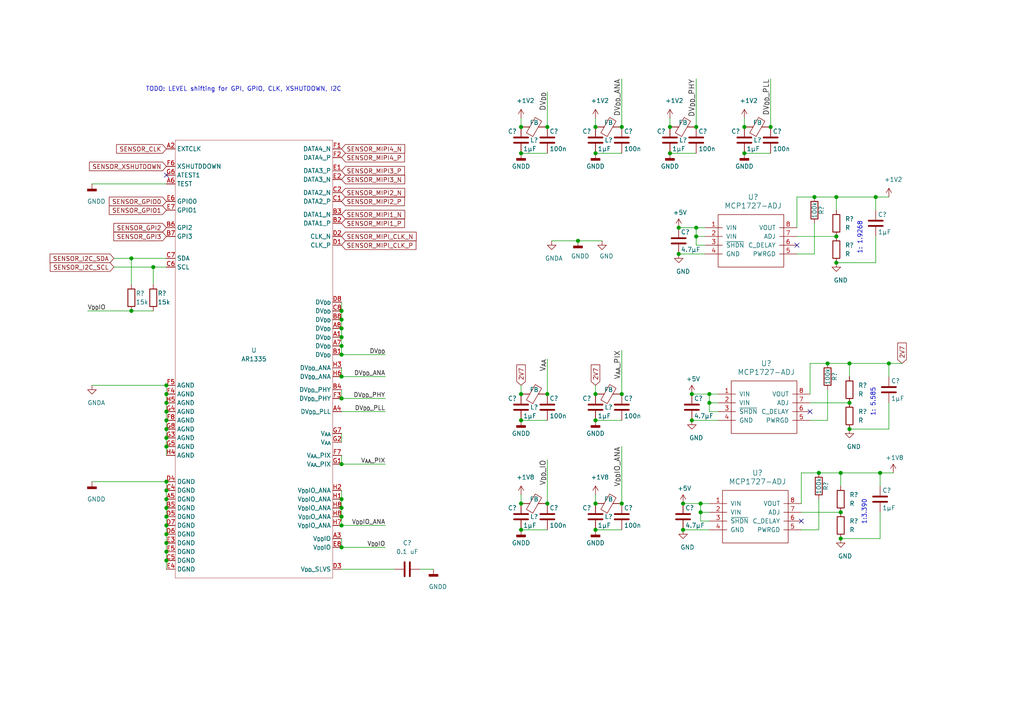
<source format=kicad_sch>
(kicad_sch (version 20201015) (generator eeschema)
  (paper "A4")
  (lib_symbols
    (symbol "Device:C" (pin_numbers hide) (pin_names (offset 0.254))
      (property "Reference" "C" (at 0.635 2.54 0))
      (property "Value" "C" (at 0.635 -2.54 0))
      (symbol "C_0_1"
        (polyline (pts (xy -2.032 -0.762) (xy 2.032 -0.762)) (stroke (width 0.508)))
        (polyline (pts (xy -2.032 0.762) (xy 2.032 0.762)) (stroke (width 0.508)))
      )
      (symbol "C_1_1"
        (pin passive line (at 0 3.81 270) (length 2.794) (name "~") (number "1"))
        (pin passive line (at 0 -3.81 90) (length 2.794) (name "~") (number "2"))
      )
    )
    (symbol "Device:FerriteBead" (pin_numbers hide) (pin_names (offset 0))
      (property "Reference" "FB" (at -3.81 0.635 90))
      (property "Value" "FerriteBead" (at 3.81 0 90))
      (symbol "FerriteBead_0_1"
        (polyline (pts (xy 0 -1.27) (xy 0 -1.2192)))
        (polyline (pts (xy 0 1.27) (xy 0 1.2954)))
        (polyline (pts (xy -2.7686 0.4064) (xy -1.7018 2.2606) (xy 2.7686 -0.3048) (xy 1.6764 -2.159) (xy -2.7686 0.4064)))
      )
      (symbol "FerriteBead_1_1"
        (pin passive line (at 0 3.81 270) (length 2.54) (name "~") (number "1"))
        (pin passive line (at 0 -3.81 90) (length 2.54) (name "~") (number "2"))
      )
    )
    (symbol "Device:R" (pin_numbers hide) (pin_names (offset 0))
      (property "Reference" "R" (at 2.032 0 90))
      (property "Value" "R" (at 0 0 90))
      (symbol "R_0_1"
        (rectangle (start -1.016 -2.54) (end 1.016 2.54) (stroke (width 0.254)))
      )
      (symbol "R_1_1"
        (pin passive line (at 0 3.81 270) (length 1.27) (name "~") (number "1"))
        (pin passive line (at 0 -3.81 90) (length 1.27) (name "~") (number "2"))
      )
    )
    (symbol "parts:AR1335"
      (property "Reference" "U" (at 0 -1.27 0))
      (property "Value" "AR1335" (at 0 1.27 0))
      (symbol "AR1335_0_0"
        (pin output line (at 25.4 50.8 180) (length 2.54) (name "DATA2_N") (number "C2"))
        (pin output line (at 25.4 38.1 180) (length 2.54) (name "CLK_N") (number "D2"))
        (pin output line (at 25.4 63.5 180) (length 2.54) (name "DATA4_N") (number "F1"))
        (pin power_in line (at 25.4 -21.59 180) (length 2.54) (name "V_{AA}") (number "G2"))
        (pin power_in line (at 25.4 -43.18 180) (length 2.54) (name "V_{DDI}O_ANA") (number "H8"))
        (pin output line (at 25.4 44.45 180) (length 2.54) (name "DATA1_N") (number "B3"))
        (pin power_in line (at 25.4 -58.42 180) (length 2.54) (name "V_{DD}_SLVS") (number "D3"))
        (pin power_in line (at -25.4 -33.02 0) (length 2.54) (name "DGND") (number "D4"))
        (pin power_in line (at 25.4 -6.35 180) (length 2.54) (name "DV_{DD}_PHY") (number "B4"))
        (pin power_in line (at -25.4 -12.7 0) (length 2.54) (name "AGND") (number "G4"))
        (pin power_in line (at 25.4 6.35 180) (length 2.54) (name "DV_{DD}") (number "A7"))
        (pin power_in line (at 25.4 -12.7 180) (length 2.54) (name "DV_{DD}_PLL") (number "A4"))
        (pin power_in line (at -25.4 -35.56 0) (length 2.54) (name "DGND") (number "C4"))
        (pin power_in line (at -25.4 -38.1 0) (length 2.54) (name "DGND") (number "A5"))
        (pin power_in line (at -25.4 -40.64 0) (length 2.54) (name "DGND") (number "B5"))
        (pin power_in line (at -25.4 -15.24 0) (length 2.54) (name "AGND") (number "F8"))
        (pin power_in line (at -25.4 -17.78 0) (length 2.54) (name "AGND") (number "G8"))
        (pin power_in line (at -25.4 -20.32 0) (length 2.54) (name "AGND") (number "G3"))
        (pin power_in line (at -25.4 -43.18 0) (length 2.54) (name "DGND") (number "D5"))
        (pin power_in line (at -25.4 -45.72 0) (length 2.54) (name "DGND") (number "D7"))
        (pin power_in line (at -25.4 -48.26 0) (length 2.54) (name "DGND") (number "D6"))
        (pin power_in line (at -25.4 -50.8 0) (length 2.54) (name "DGND") (number "E3"))
        (pin power_in line (at -25.4 -53.34 0) (length 2.54) (name "DGND") (number "E5"))
        (pin power_in line (at -25.4 -5.08 0) (length 2.54) (name "AGND") (number "F5"))
        (pin power_in line (at -25.4 -7.62 0) (length 2.54) (name "AGND") (number "F4"))
        (pin power_in line (at -25.4 -10.16 0) (length 2.54) (name "AGND") (number "H5"))
        (pin input line (at -25.4 53.34 0) (length 2.54) (name "TEST") (number "A6"))
        (pin input line (at -25.4 40.64 0) (length 2.54) (name "GPI2") (number "B6"))
        (pin input line (at -25.4 29.21 0) (length 2.54) (name "SCL") (number "C6"))
        (pin power_in line (at -25.4 -55.88 0) (length 2.54) (name "DGND") (number "C5"))
        (pin bidirectional line (at -25.4 48.26 0) (length 2.54) (name "GPIO0") (number "E6"))
        (pin input line (at -25.4 58.42 0) (length 2.54) (name "XSHUTDDOWN") (number "F6"))
        (pin input line (at -25.4 55.88 0) (length 2.54) (name "ATEST1") (number "G6"))
        (pin power_in line (at 25.4 3.81 180) (length 2.54) (name "DV_{DD}") (number "B1"))
        (pin input line (at -25.4 38.1 0) (length 2.54) (name "GPI3") (number "B7"))
        (pin input line (at -25.4 31.75 0) (length 2.54) (name "SDA") (number "C7"))
        (pin power_in line (at -25.4 -58.42 0) (length 2.54) (name "DGND") (number "E4"))
        (pin bidirectional line (at -25.4 45.72 0) (length 2.54) (name "GPIO1") (number "E7"))
        (pin power_in line (at 25.4 -19.05 180) (length 2.54) (name "V_{AA}") (number "G7"))
        (pin power_in line (at 25.4 -2.54 180) (length 2.54) (name "DV_{DD}_ANA") (number "H6"))
        (pin power_in line (at 25.4 11.43 180) (length 2.54) (name "DV_{DD}") (number "A8"))
        (pin power_in line (at 25.4 13.97 180) (length 2.54) (name "DV_{DD}") (number "B8"))
        (pin power_in line (at 25.4 16.51 180) (length 2.54) (name "DV_{DD}") (number "C8"))
        (pin power_in line (at 25.4 -52.07 180) (length 2.54) (name "V_{DD}IO") (number "E8"))
        (pin power_in line (at -25.4 -22.86 0) (length 2.54) (name "AGND") (number "G5"))
        (pin power_in line (at -25.4 -25.4 0) (length 2.54) (name "AGND") (number "H4"))
        (pin power_in line (at 25.4 -40.64 180) (length 2.54) (name "V_{DD}IO_ANA") (number "H8"))
        (pin power_in line (at 25.4 -49.53 180) (length 2.54) (name "V_{DD}IO") (number "A3"))
        (pin power_in line (at 25.4 19.05 180) (length 2.54) (name "DV_{DD}") (number "D8"))
        (pin output line (at 25.4 57.15 180) (length 2.54) (name "DATA3_P") (number "E1"))
        (pin power_in line (at 25.4 -8.89 180) (length 2.54) (name "DV_{DD}_PHY") (number "F3"))
        (pin power_in line (at 25.4 -27.94 180) (length 2.54) (name "V_{AA}_PIX") (number "G1"))
        (pin power_in line (at 25.4 -38.1 180) (length 2.54) (name "V_{DD}IO_ANA") (number "H1"))
        (pin power_in line (at 25.4 -35.56 180) (length 2.54) (name "V_{DD}IO_ANA") (number "H2"))
        (pin power_in line (at 25.4 0 180) (length 2.54) (name "DV_{DD}_ANA") (number "H3"))
      )
      (symbol "AR1335_0_1"
        (rectangle (start -22.86 66.04) (end 22.86 -60.96) (stroke (width 0.0006)))
      )
      (symbol "AR1335_1_1"
        (pin power_in line (at 25.4 8.89 180) (length 2.54) (name "DV_{DD}") (number "A1"))
        (pin output line (at 25.4 48.26 180) (length 2.54) (name "DATA2_P") (number "C1"))
        (pin output line (at 25.4 35.56 180) (length 2.54) (name "CLK_P") (number "D1"))
        (pin output line (at 25.4 54.61 180) (length 2.54) (name "DATA3_N") (number "E2"))
        (pin output line (at 25.4 60.96 180) (length 2.54) (name "DATA4_P") (number "F2"))
        (pin power_in line (at 25.4 -25.4 180) (length 2.54) (name "V_{AA}_PIX") (number "F7"))
        (pin power_in line (at 25.4 -45.72 180) (length 2.54) (name "V_{DD}IO_ANA") (number "H7"))
        (pin input line (at -25.4 63.5 0) (length 2.54) (name "EXTCLK") (number "A2"))
        (pin output line (at 25.4 41.91 180) (length 2.54) (name "DATA1_P") (number "B2"))
      )
    )
    (symbol "parts:MCP1727-ADJ" (pin_names (offset 1.016))
      (property "Reference" "U" (at 0 -8.89 0))
      (property "Value" "MCP1727-ADJ" (at 0 8.89 0))
      (symbol "MCP1727-ADJ_0_1"
        (rectangle (start -8.89 7.62) (end 10.16 -7.62))
      )
      (symbol "MCP1727-ADJ_1_1"
        (pin power_in line (at -12.7 3.81 0) (length 5.08) (name "VIN") (number "1"))
        (pin power_in line (at -12.7 1.27 0) (length 5.08) (name "VIN") (number "2"))
        (pin input line (at -12.7 -1.27 0) (length 5.08) (name "~SHDN") (number "3"))
        (pin power_in line (at -12.7 -3.81 0) (length 5.08) (name "GND") (number "4"))
        (pin output line (at 13.97 -3.81 180) (length 5.08) (name "PWRGD") (number "5"))
        (pin input line (at 13.97 -1.27 180) (length 5.08) (name "C_DELAY") (number "6"))
        (pin input line (at 13.97 1.27 180) (length 5.08) (name "ADJ") (number "7"))
        (pin power_out line (at 13.97 3.81 180) (length 5.08) (name "VOUT") (number "8"))
      )
    )
    (symbol "power:+1V2" (power) (pin_names (offset 0))
      (property "Value" "+1V2" (at 0 3.556 0))
      (symbol "+1V2_0_1"
        (polyline (pts (xy -0.762 1.27) (xy 0 2.54)))
        (polyline (pts (xy 0 0) (xy 0 2.54)))
        (polyline (pts (xy 0 2.54) (xy 0.762 1.27)))
      )
      (symbol "+1V2_1_1"
        (pin power_in line (at 0 0 90) (length 0) hide (name "+1V2") (number "1"))
      )
    )
    (symbol "power:+1V8" (power) (pin_names (offset 0))
      (property "Value" "+1V8" (at 0 3.556 0))
      (symbol "+1V8_0_1"
        (polyline (pts (xy -0.762 1.27) (xy 0 2.54)))
        (polyline (pts (xy 0 0) (xy 0 2.54)))
        (polyline (pts (xy 0 2.54) (xy 0.762 1.27)))
      )
      (symbol "+1V8_1_1"
        (pin power_in line (at 0 0 90) (length 0) hide (name "+1V8") (number "1"))
      )
    )
    (symbol "power:+5V" (power) (pin_names (offset 0))
      (property "Value" "+5V" (at 0 3.556 0))
      (symbol "+5V_0_1"
        (polyline (pts (xy -0.762 1.27) (xy 0 2.54)))
        (polyline (pts (xy 0 0) (xy 0 2.54)))
        (polyline (pts (xy 0 2.54) (xy 0.762 1.27)))
      )
      (symbol "+5V_1_1"
        (pin power_in line (at 0 0 90) (length 0) hide (name "+5V") (number "1"))
      )
    )
    (symbol "power:GND" (power) (pin_names (offset 0))
      (property "Value" "GND" (at 0 -3.81 0))
      (symbol "GND_0_1"
        (polyline (pts (xy 0 0) (xy 0 -1.27) (xy 1.27 -1.27) (xy 0 -2.54) (xy -1.27 -1.27) (xy 0 -1.27)))
      )
      (symbol "GND_1_1"
        (pin power_in line (at 0 0 270) (length 0) hide (name "GND") (number "1"))
      )
    )
    (symbol "power:GNDA" (power) (pin_names (offset 0))
      (property "Value" "GNDA" (at 0 -3.81 0))
      (symbol "GNDA_0_1"
        (polyline (pts (xy 0 0) (xy 0 -1.27) (xy 1.27 -1.27) (xy 0 -2.54) (xy -1.27 -1.27) (xy 0 -1.27)))
      )
      (symbol "GNDA_1_1"
        (pin power_in line (at 0 0 270) (length 0) hide (name "GNDA") (number "1"))
      )
    )
    (symbol "power:GNDD" (power) (pin_names (offset 0))
      (property "Value" "GNDD" (at 0 -3.175 0))
      (symbol "GNDD_0_1"
        (rectangle (start -1.27 -1.524) (end 1.27 -2.032) (stroke (width 0.254)) (fill (type outline)))
        (polyline (pts (xy 0 0) (xy 0 -1.524)))
      )
      (symbol "GNDD_1_1"
        (pin power_in line (at 0 0 270) (length 0) hide (name "GNDD") (number "1"))
      )
    )
  )
  (junction (at 38.1 74.93) (diameter 1.016))
  (junction (at 38.1 90.17) (diameter 1.016))
  (junction (at 44.45 77.47) (diameter 1.016))
  (junction (at 48.26 111.76) (diameter 1.016))
  (junction (at 48.26 114.3) (diameter 1.016))
  (junction (at 48.26 116.84) (diameter 1.016))
  (junction (at 48.26 119.38) (diameter 1.016))
  (junction (at 48.26 121.92) (diameter 1.016))
  (junction (at 48.26 124.46) (diameter 1.016))
  (junction (at 48.26 127) (diameter 1.016))
  (junction (at 48.26 129.54) (diameter 1.016))
  (junction (at 48.26 139.7) (diameter 1.016))
  (junction (at 48.26 142.24) (diameter 1.016))
  (junction (at 48.26 144.78) (diameter 1.016))
  (junction (at 48.26 147.32) (diameter 1.016))
  (junction (at 48.26 149.86) (diameter 1.016))
  (junction (at 48.26 152.4) (diameter 1.016))
  (junction (at 48.26 154.94) (diameter 1.016))
  (junction (at 48.26 157.48) (diameter 1.016))
  (junction (at 48.26 160.02) (diameter 1.016))
  (junction (at 48.26 162.56) (diameter 1.016))
  (junction (at 99.06 90.17) (diameter 1.016))
  (junction (at 99.06 92.71) (diameter 1.016))
  (junction (at 99.06 95.25) (diameter 1.016))
  (junction (at 99.06 97.79) (diameter 1.016))
  (junction (at 99.06 100.33) (diameter 1.016))
  (junction (at 99.06 102.87) (diameter 1.016))
  (junction (at 99.06 109.22) (diameter 1.016))
  (junction (at 99.06 115.57) (diameter 1.016))
  (junction (at 99.06 134.62) (diameter 1.016))
  (junction (at 99.06 144.78) (diameter 1.016))
  (junction (at 99.06 147.32) (diameter 1.016))
  (junction (at 99.06 149.86) (diameter 1.016))
  (junction (at 99.06 152.4) (diameter 1.016))
  (junction (at 99.06 158.75) (diameter 1.016))
  (junction (at 151.13 36.83) (diameter 1.016))
  (junction (at 151.13 44.45) (diameter 1.016))
  (junction (at 151.13 114.3) (diameter 1.016))
  (junction (at 151.13 121.92) (diameter 1.016))
  (junction (at 151.13 146.05) (diameter 1.016))
  (junction (at 151.13 153.67) (diameter 1.016))
  (junction (at 158.75 36.83) (diameter 1.016))
  (junction (at 158.75 114.3) (diameter 1.016))
  (junction (at 158.75 146.05) (diameter 1.016))
  (junction (at 167.64 69.85) (diameter 1.016))
  (junction (at 172.72 36.83) (diameter 1.016))
  (junction (at 172.72 44.45) (diameter 1.016))
  (junction (at 172.72 114.3) (diameter 1.016))
  (junction (at 172.72 121.92) (diameter 1.016))
  (junction (at 172.72 146.05) (diameter 1.016))
  (junction (at 172.72 153.67) (diameter 1.016))
  (junction (at 180.34 36.83) (diameter 1.016))
  (junction (at 180.34 114.3) (diameter 1.016))
  (junction (at 180.34 146.05) (diameter 1.016))
  (junction (at 194.31 36.83) (diameter 1.016))
  (junction (at 194.31 44.45) (diameter 1.016))
  (junction (at 196.85 66.04) (diameter 1.016))
  (junction (at 196.85 73.66) (diameter 1.016))
  (junction (at 198.12 146.05) (diameter 1.016))
  (junction (at 198.12 153.67) (diameter 1.016))
  (junction (at 200.66 114.3) (diameter 1.016))
  (junction (at 200.66 121.92) (diameter 1.016))
  (junction (at 201.93 36.83) (diameter 1.016))
  (junction (at 201.93 66.04) (diameter 1.016))
  (junction (at 201.93 68.58) (diameter 1.016))
  (junction (at 203.2 146.05) (diameter 1.016))
  (junction (at 203.2 148.59) (diameter 1.016))
  (junction (at 205.74 114.3) (diameter 1.016))
  (junction (at 205.74 116.84) (diameter 1.016))
  (junction (at 215.9 36.83) (diameter 1.016))
  (junction (at 215.9 44.45) (diameter 1.016))
  (junction (at 223.52 36.83) (diameter 1.016))
  (junction (at 236.22 57.15) (diameter 1.016))
  (junction (at 237.49 137.16) (diameter 1.016))
  (junction (at 240.03 105.41) (diameter 1.016))
  (junction (at 242.57 57.15) (diameter 1.016))
  (junction (at 242.57 68.58) (diameter 1.016))
  (junction (at 242.57 76.2) (diameter 1.016))
  (junction (at 243.84 137.16) (diameter 1.016))
  (junction (at 243.84 148.59) (diameter 1.016))
  (junction (at 243.84 156.21) (diameter 1.016))
  (junction (at 246.38 105.41) (diameter 1.016))
  (junction (at 246.38 116.84) (diameter 1.016))
  (junction (at 246.38 124.46) (diameter 1.016))
  (junction (at 254 57.15) (diameter 1.016))
  (junction (at 255.27 137.16) (diameter 1.016))
  (junction (at 257.81 105.41) (diameter 1.016))
  (no_connect (at 48.26 50.8))
  (no_connect (at 231.14 71.12))
  (no_connect (at 232.41 151.13))
  (no_connect (at 234.95 119.38))
  (wire (pts (xy 25.4 90.17) (xy 38.1 90.17)))
  (wire (pts (xy 26.67 53.34) (xy 48.26 53.34)))
  (wire (pts (xy 26.67 111.76) (xy 48.26 111.76)))
  (wire (pts (xy 26.67 139.7) (xy 48.26 139.7)))
  (wire (pts (xy 33.02 74.93) (xy 38.1 74.93)))
  (wire (pts (xy 33.02 77.47) (xy 44.45 77.47)))
  (wire (pts (xy 38.1 74.93) (xy 38.1 82.55)))
  (wire (pts (xy 38.1 74.93) (xy 48.26 74.93)))
  (wire (pts (xy 38.1 90.17) (xy 44.45 90.17)))
  (wire (pts (xy 44.45 77.47) (xy 44.45 82.55)))
  (wire (pts (xy 44.45 77.47) (xy 48.26 77.47)))
  (wire (pts (xy 48.26 111.76) (xy 48.26 114.3)))
  (wire (pts (xy 48.26 114.3) (xy 48.26 116.84)))
  (wire (pts (xy 48.26 116.84) (xy 48.26 119.38)))
  (wire (pts (xy 48.26 119.38) (xy 48.26 121.92)))
  (wire (pts (xy 48.26 121.92) (xy 48.26 124.46)))
  (wire (pts (xy 48.26 124.46) (xy 48.26 127)))
  (wire (pts (xy 48.26 127) (xy 48.26 129.54)))
  (wire (pts (xy 48.26 129.54) (xy 48.26 132.08)))
  (wire (pts (xy 48.26 139.7) (xy 48.26 142.24)))
  (wire (pts (xy 48.26 142.24) (xy 48.26 144.78)))
  (wire (pts (xy 48.26 144.78) (xy 48.26 147.32)))
  (wire (pts (xy 48.26 147.32) (xy 48.26 149.86)))
  (wire (pts (xy 48.26 149.86) (xy 48.26 152.4)))
  (wire (pts (xy 48.26 152.4) (xy 48.26 154.94)))
  (wire (pts (xy 48.26 154.94) (xy 48.26 157.48)))
  (wire (pts (xy 48.26 157.48) (xy 48.26 160.02)))
  (wire (pts (xy 48.26 160.02) (xy 48.26 162.56)))
  (wire (pts (xy 48.26 162.56) (xy 48.26 165.1)))
  (wire (pts (xy 99.06 87.63) (xy 99.06 90.17)))
  (wire (pts (xy 99.06 90.17) (xy 99.06 92.71)))
  (wire (pts (xy 99.06 92.71) (xy 99.06 95.25)))
  (wire (pts (xy 99.06 95.25) (xy 99.06 97.79)))
  (wire (pts (xy 99.06 97.79) (xy 99.06 100.33)))
  (wire (pts (xy 99.06 100.33) (xy 99.06 102.87)))
  (wire (pts (xy 99.06 102.87) (xy 111.76 102.87)))
  (wire (pts (xy 99.06 106.68) (xy 99.06 109.22)))
  (wire (pts (xy 99.06 109.22) (xy 111.76 109.22)))
  (wire (pts (xy 99.06 113.03) (xy 99.06 115.57)))
  (wire (pts (xy 99.06 115.57) (xy 111.76 115.57)))
  (wire (pts (xy 99.06 119.38) (xy 111.76 119.38)))
  (wire (pts (xy 99.06 125.73) (xy 99.06 128.27)))
  (wire (pts (xy 99.06 132.08) (xy 99.06 134.62)))
  (wire (pts (xy 99.06 134.62) (xy 111.76 134.62)))
  (wire (pts (xy 99.06 142.24) (xy 99.06 144.78)))
  (wire (pts (xy 99.06 144.78) (xy 99.06 147.32)))
  (wire (pts (xy 99.06 147.32) (xy 99.06 149.86)))
  (wire (pts (xy 99.06 149.86) (xy 99.06 152.4)))
  (wire (pts (xy 99.06 152.4) (xy 111.76 152.4)))
  (wire (pts (xy 99.06 156.21) (xy 99.06 158.75)))
  (wire (pts (xy 99.06 158.75) (xy 111.76 158.75)))
  (wire (pts (xy 99.06 165.1) (xy 114.3 165.1)))
  (wire (pts (xy 121.92 165.1) (xy 125.73 165.1)))
  (wire (pts (xy 151.13 36.83) (xy 151.13 34.29)))
  (wire (pts (xy 151.13 44.45) (xy 158.75 44.45)))
  (wire (pts (xy 151.13 114.3) (xy 151.13 111.76)))
  (wire (pts (xy 151.13 121.92) (xy 158.75 121.92)))
  (wire (pts (xy 151.13 146.05) (xy 151.13 143.51)))
  (wire (pts (xy 151.13 153.67) (xy 158.75 153.67)))
  (wire (pts (xy 158.75 36.83) (xy 158.75 26.67)))
  (wire (pts (xy 158.75 114.3) (xy 158.75 104.14)))
  (wire (pts (xy 158.75 133.35) (xy 158.75 146.05)))
  (wire (pts (xy 160.02 69.85) (xy 167.64 69.85)))
  (wire (pts (xy 167.64 69.85) (xy 174.625 69.85)))
  (wire (pts (xy 172.72 36.83) (xy 172.72 34.29)))
  (wire (pts (xy 172.72 44.45) (xy 180.34 44.45)))
  (wire (pts (xy 172.72 114.3) (xy 172.72 111.76)))
  (wire (pts (xy 172.72 121.92) (xy 180.34 121.92)))
  (wire (pts (xy 172.72 146.05) (xy 172.72 143.51)))
  (wire (pts (xy 172.72 153.67) (xy 180.34 153.67)))
  (wire (pts (xy 180.34 22.86) (xy 180.34 36.83)))
  (wire (pts (xy 180.34 101.6) (xy 180.34 114.3)))
  (wire (pts (xy 180.34 129.54) (xy 180.34 146.05)))
  (wire (pts (xy 194.31 36.83) (xy 194.31 34.29)))
  (wire (pts (xy 194.31 44.45) (xy 201.93 44.45)))
  (wire (pts (xy 196.85 66.04) (xy 201.93 66.04)))
  (wire (pts (xy 196.85 73.66) (xy 204.47 73.66)))
  (wire (pts (xy 198.12 146.05) (xy 203.2 146.05)))
  (wire (pts (xy 198.12 153.67) (xy 205.74 153.67)))
  (wire (pts (xy 200.66 114.3) (xy 205.74 114.3)))
  (wire (pts (xy 200.66 121.92) (xy 208.28 121.92)))
  (wire (pts (xy 201.93 22.86) (xy 201.93 36.83)))
  (wire (pts (xy 201.93 66.04) (xy 201.93 68.58)))
  (wire (pts (xy 201.93 66.04) (xy 204.47 66.04)))
  (wire (pts (xy 201.93 68.58) (xy 201.93 71.12)))
  (wire (pts (xy 201.93 68.58) (xy 204.47 68.58)))
  (wire (pts (xy 201.93 71.12) (xy 204.47 71.12)))
  (wire (pts (xy 203.2 146.05) (xy 203.2 148.59)))
  (wire (pts (xy 203.2 146.05) (xy 205.74 146.05)))
  (wire (pts (xy 203.2 148.59) (xy 203.2 151.13)))
  (wire (pts (xy 203.2 148.59) (xy 205.74 148.59)))
  (wire (pts (xy 203.2 151.13) (xy 205.74 151.13)))
  (wire (pts (xy 205.74 114.3) (xy 205.74 116.84)))
  (wire (pts (xy 205.74 114.3) (xy 208.28 114.3)))
  (wire (pts (xy 205.74 116.84) (xy 205.74 119.38)))
  (wire (pts (xy 205.74 116.84) (xy 208.28 116.84)))
  (wire (pts (xy 205.74 119.38) (xy 208.28 119.38)))
  (wire (pts (xy 215.9 36.83) (xy 215.9 34.29)))
  (wire (pts (xy 215.9 44.45) (xy 223.52 44.45)))
  (wire (pts (xy 223.52 22.86) (xy 223.52 36.83)))
  (wire (pts (xy 231.14 57.15) (xy 231.14 66.04)))
  (wire (pts (xy 231.14 57.15) (xy 236.22 57.15)))
  (wire (pts (xy 231.14 68.58) (xy 242.57 68.58)))
  (wire (pts (xy 231.14 73.66) (xy 236.22 73.66)))
  (wire (pts (xy 232.41 137.16) (xy 232.41 146.05)))
  (wire (pts (xy 232.41 137.16) (xy 237.49 137.16)))
  (wire (pts (xy 232.41 148.59) (xy 243.84 148.59)))
  (wire (pts (xy 232.41 153.67) (xy 237.49 153.67)))
  (wire (pts (xy 234.95 105.41) (xy 234.95 114.3)))
  (wire (pts (xy 234.95 105.41) (xy 240.03 105.41)))
  (wire (pts (xy 234.95 116.84) (xy 246.38 116.84)))
  (wire (pts (xy 234.95 121.92) (xy 240.03 121.92)))
  (wire (pts (xy 236.22 73.66) (xy 236.22 64.77)))
  (wire (pts (xy 237.49 153.67) (xy 237.49 144.78)))
  (wire (pts (xy 240.03 121.92) (xy 240.03 113.03)))
  (wire (pts (xy 242.57 57.15) (xy 236.22 57.15)))
  (wire (pts (xy 242.57 60.96) (xy 242.57 57.15)))
  (wire (pts (xy 243.84 137.16) (xy 237.49 137.16)))
  (wire (pts (xy 243.84 140.97) (xy 243.84 137.16)))
  (wire (pts (xy 246.38 105.41) (xy 240.03 105.41)))
  (wire (pts (xy 246.38 109.22) (xy 246.38 105.41)))
  (wire (pts (xy 254 57.15) (xy 242.57 57.15)))
  (wire (pts (xy 254 57.15) (xy 257.81 57.15)))
  (wire (pts (xy 254 60.96) (xy 254 57.15)))
  (wire (pts (xy 254 68.58) (xy 254 76.2)))
  (wire (pts (xy 254 76.2) (xy 242.57 76.2)))
  (wire (pts (xy 255.27 137.16) (xy 243.84 137.16)))
  (wire (pts (xy 255.27 137.16) (xy 259.08 137.16)))
  (wire (pts (xy 255.27 140.97) (xy 255.27 137.16)))
  (wire (pts (xy 255.27 148.59) (xy 255.27 156.21)))
  (wire (pts (xy 255.27 156.21) (xy 243.84 156.21)))
  (wire (pts (xy 257.81 105.41) (xy 246.38 105.41)))
  (wire (pts (xy 257.81 105.41) (xy 261.62 105.41)))
  (wire (pts (xy 257.81 109.22) (xy 257.81 105.41)))
  (wire (pts (xy 257.81 116.84) (xy 257.81 124.46)))
  (wire (pts (xy 257.81 124.46) (xy 246.38 124.46)))
  (text "TODO: LEVEL shifting for GPI, GPIO, CLK, XSHUTDOWN, I2C" (at 99.06 26.67 0) (effects (font (size 1.27 1.27)) (justify right bottom)))
  (text "1: 1.9268" (at 250.19 64.135 270) (effects (font (size 1.27 1.27)) (justify right bottom)))
  (text "1:3.390" (at 251.46 144.78 270) (effects (font (size 1.27 1.27)) (justify right bottom)))
  (text "1: 5.585" (at 254 112.395 270) (effects (font (size 1.27 1.27)) (justify right bottom)))
  (label "V_{DD}IO" (at 25.4 90.17 0))
  (label "DV_{DD}" (at 111.76 102.87 180))
  (label "DV_{DD}_ANA" (at 111.76 109.22 180))
  (label "DV_{DD}_PHY" (at 111.76 115.57 180))
  (label "DV_{DD}_PLL" (at 111.76 119.38 180))
  (label "V_{AA}_PIX" (at 111.76 134.62 180))
  (label "V_{DD}IO_ANA" (at 111.76 152.4 180))
  (label "V_{DD}IO" (at 111.76 158.75 180))
  (label "DV_{DD}" (at 158.75 26.67 270) (effects (font (size 1.524 1.524))))
  (label "V_{AA}" (at 158.75 104.14 270) (effects (font (size 1.524 1.524))))
  (label "V_{DD}_IO" (at 158.75 133.35 270) (effects (font (size 1.524 1.524))))
  (label "DV_{DD}_ANA" (at 180.34 22.86 270) (effects (font (size 1.524 1.524))))
  (label "V_{AA}_PIX" (at 180.34 101.6 270) (effects (font (size 1.524 1.524))))
  (label "V_{DD}IO_ANA" (at 180.34 129.54 270) (effects (font (size 1.524 1.524))))
  (label "DV_{DD}_PHY" (at 201.93 22.86 270) (effects (font (size 1.524 1.524))))
  (label "DV_{DD}_PLL" (at 223.52 22.86 270) (effects (font (size 1.524 1.524))))
  (global_label "SENSOR_I2C_SDA" (shape input) (at 33.02 74.93 180) (property "Intersheet References" "${INTERSHEET_REFS}" (effects hide)))
  (global_label "SENSOR_I2C_SCL" (shape input) (at 33.02 77.47 180) (property "Intersheet References" "${INTERSHEET_REFS}" (effects hide)))
  (global_label "SENSOR_CLK" (shape input) (at 48.26 43.18 180) (property "Intersheet References" "${INTERSHEET_REFS}" (effects hide)))
  (global_label "SENSOR_XSHUTDOWN" (shape input) (at 48.26 48.26 180) (property "Intersheet References" "${INTERSHEET_REFS}" (effects hide)))
  (global_label "SENSOR_GPIO0" (shape input) (at 48.26 58.42 180) (property "Intersheet References" "${INTERSHEET_REFS}" (effects hide)))
  (global_label "SENSOR_GPIO1" (shape input) (at 48.26 60.96 180) (property "Intersheet References" "${INTERSHEET_REFS}" (effects hide)))
  (global_label "SENSOR_GPI2" (shape input) (at 48.26 66.04 180) (property "Intersheet References" "${INTERSHEET_REFS}" (effects hide)))
  (global_label "SENSOR_GPI3" (shape input) (at 48.26 68.58 180) (property "Intersheet References" "${INTERSHEET_REFS}" (effects hide)))
  (global_label "SENSOR_MIPI4_N" (shape input) (at 99.06 43.18 0) (property "Intersheet References" "${INTERSHEET_REFS}" (effects hide)))
  (global_label "SENSOR_MIPI4_P" (shape input) (at 99.06 45.72 0) (property "Intersheet References" "${INTERSHEET_REFS}" (effects hide)))
  (global_label "SENSOR_MIPI3_P" (shape input) (at 99.06 49.53 0) (property "Intersheet References" "${INTERSHEET_REFS}" (effects hide)))
  (global_label "SENSOR_MIPI3_N" (shape input) (at 99.06 52.07 0) (property "Intersheet References" "${INTERSHEET_REFS}" (effects hide)))
  (global_label "SENSOR_MIPI2_N" (shape input) (at 99.06 55.88 0) (property "Intersheet References" "${INTERSHEET_REFS}" (effects hide)))
  (global_label "SENSOR_MIPI2_P" (shape input) (at 99.06 58.42 0) (property "Intersheet References" "${INTERSHEET_REFS}" (effects hide)))
  (global_label "SENSOR_MIPI1_N" (shape input) (at 99.06 62.23 0) (property "Intersheet References" "${INTERSHEET_REFS}" (effects hide)))
  (global_label "SENSOR_MIPI1_P" (shape input) (at 99.06 64.77 0) (property "Intersheet References" "${INTERSHEET_REFS}" (effects hide)))
  (global_label "SENSOR_MIPI_CLK_N" (shape input) (at 99.06 68.58 0) (property "Intersheet References" "${INTERSHEET_REFS}" (effects hide)))
  (global_label "SENSOR_MIPI_CLK_P" (shape input) (at 99.06 71.12 0) (property "Intersheet References" "${INTERSHEET_REFS}" (effects hide)))
  (global_label "2V7" (shape input) (at 151.13 111.76 90) (property "Intersheet References" "${INTERSHEET_REFS}" (effects hide)))
  (global_label "2V7" (shape input) (at 172.72 111.76 90) (property "Intersheet References" "${INTERSHEET_REFS}" (effects hide)))
  (global_label "2V7" (shape input) (at 261.62 105.41 90) (property "Intersheet References" "${INTERSHEET_REFS}" (effects hide)))
  (symbol (lib_id "power:+1V2") (at 151.13 34.29 0) (unit 1)
    (property "Reference" "#PWR?" (effects hide))
    (property "Value" "+1V2" (at 152.4 29.21 0))
  )
  (symbol (lib_id "power:+1V8") (at 151.13 143.51 0) (unit 1)
    (property "Reference" "#PWR?" (effects hide))
    (property "Value" "+1V8" (at 152.4 138.43 0))
  )
  (symbol (lib_id "power:+1V2") (at 172.72 34.29 0) (unit 1)
    (property "Reference" "#PWR?" (effects hide))
    (property "Value" "+1V2" (at 173.99 29.21 0))
  )
  (symbol (lib_id "power:+1V8") (at 172.72 143.51 0) (unit 1)
    (property "Reference" "#PWR?" (effects hide))
    (property "Value" "+1V8" (at 173.99 138.43 0))
  )
  (symbol (lib_id "power:+1V2") (at 194.31 34.29 0) (unit 1)
    (property "Reference" "#PWR?" (effects hide))
    (property "Value" "+1V2" (at 195.58 29.21 0))
  )
  (symbol (lib_id "power:+5V") (at 196.85 66.04 0) (unit 1)
    (property "Reference" "#PWR?" (effects hide))
    (property "Value" "+5V" (at 197.231 61.6458 0))
  )
  (symbol (lib_id "power:+5V") (at 198.12 146.05 0) (unit 1)
    (property "Reference" "#PWR?" (effects hide))
    (property "Value" "+5V" (at 198.501 141.6558 0))
  )
  (symbol (lib_id "power:+5V") (at 200.66 114.3 0) (unit 1)
    (property "Reference" "#PWR?" (effects hide))
    (property "Value" "+5V" (at 201.041 109.9058 0))
  )
  (symbol (lib_id "power:+1V2") (at 215.9 34.29 0) (unit 1)
    (property "Reference" "#PWR?" (effects hide))
    (property "Value" "+1V2" (at 217.17 29.21 0))
  )
  (symbol (lib_id "power:+1V2") (at 257.81 57.15 0) (unit 1)
    (property "Reference" "#PWR?" (effects hide))
    (property "Value" "+1V2" (at 259.08 52.07 0))
  )
  (symbol (lib_id "power:+1V8") (at 259.08 137.16 0) (unit 1)
    (property "Reference" "#PWR?" (effects hide))
    (property "Value" "+1V8" (at 259.461 132.7658 0))
  )
  (symbol (lib_id "power:GNDD") (at 26.67 53.34 0) (unit 1)
    (property "Reference" "#PWR?" (effects hide))
    (property "Value" "GNDD" (at 27.94 58.42 0))
  )
  (symbol (lib_id "power:GNDD") (at 26.67 139.7 0) (unit 1)
    (property "Reference" "#PWR?" (effects hide))
    (property "Value" "GNDD" (at 27.94 144.78 0))
  )
  (symbol (lib_id "power:GNDD") (at 125.73 165.1 0) (unit 1)
    (property "Reference" "#PWR?" (effects hide))
    (property "Value" "GNDD" (at 127 170.18 0))
  )
  (symbol (lib_id "power:GNDD") (at 151.13 44.45 0) (unit 1)
    (property "Reference" "#PWR?" (effects hide))
    (property "Value" "GNDD" (at 151.13 48.26 0))
  )
  (symbol (lib_id "power:GNDD") (at 151.13 121.92 0) (unit 1)
    (property "Reference" "#PWR?" (effects hide))
    (property "Value" "GNDD" (at 151.13 125.73 0))
  )
  (symbol (lib_id "power:GNDD") (at 151.13 153.67 0) (unit 1)
    (property "Reference" "#PWR?" (effects hide))
    (property "Value" "GNDD" (at 151.13 157.48 0))
  )
  (symbol (lib_id "power:GNDD") (at 167.64 69.85 0) (unit 1)
    (property "Reference" "#PWR?" (effects hide))
    (property "Value" "GNDD" (at 168.275 74.295 0))
  )
  (symbol (lib_id "power:GNDD") (at 172.72 44.45 0) (unit 1)
    (property "Reference" "#PWR?" (effects hide))
    (property "Value" "GNDD" (at 172.72 48.26 0))
  )
  (symbol (lib_id "power:GNDD") (at 172.72 121.92 0) (unit 1)
    (property "Reference" "#PWR?" (effects hide))
    (property "Value" "GNDD" (at 172.72 125.73 0))
  )
  (symbol (lib_id "power:GNDD") (at 172.72 153.67 0) (unit 1)
    (property "Reference" "#PWR?" (effects hide))
    (property "Value" "GNDD" (at 172.72 157.48 0))
  )
  (symbol (lib_id "power:GNDD") (at 194.31 44.45 0) (unit 1)
    (property "Reference" "#PWR?" (effects hide))
    (property "Value" "GNDD" (at 194.31 48.26 0))
  )
  (symbol (lib_id "power:GNDD") (at 215.9 44.45 0) (unit 1)
    (property "Reference" "#PWR?" (effects hide))
    (property "Value" "GNDD" (at 215.9 48.26 0))
  )
  (symbol (lib_id "power:GNDA") (at 26.67 111.76 0) (unit 1)
    (property "Reference" "#PWR?" (effects hide))
    (property "Value" "GNDA" (at 27.94 116.84 0))
  )
  (symbol (lib_id "power:GNDA") (at 160.02 69.85 0) (unit 1)
    (property "Reference" "#PWR?" (effects hide))
    (property "Value" "GNDA" (at 160.655 74.93 0))
  )
  (symbol (lib_id "power:GND") (at 174.625 69.85 0) (unit 1)
    (property "Reference" "#PWR?" (effects hide))
    (property "Value" "GND" (at 175.895 74.295 0))
  )
  (symbol (lib_id "power:GND") (at 196.85 73.66 0) (unit 1)
    (property "Reference" "#PWR?" (effects hide))
    (property "Value" "GND" (at 198.12 78.74 0))
  )
  (symbol (lib_id "power:GND") (at 198.12 153.67 0) (unit 1)
    (property "Reference" "#PWR?" (effects hide))
    (property "Value" "GND" (at 199.39 158.75 0))
  )
  (symbol (lib_id "power:GND") (at 200.66 121.92 0) (unit 1)
    (property "Reference" "#PWR?" (effects hide))
    (property "Value" "GND" (at 201.93 127 0))
  )
  (symbol (lib_id "power:GND") (at 242.57 76.2 0) (unit 1)
    (property "Reference" "#PWR?" (effects hide))
    (property "Value" "GND" (at 243.84 81.28 0))
  )
  (symbol (lib_id "power:GND") (at 243.84 156.21 0) (unit 1)
    (property "Reference" "#PWR?" (effects hide))
    (property "Value" "GND" (at 245.11 161.29 0))
  )
  (symbol (lib_id "power:GND") (at 246.38 124.46 0) (unit 1)
    (property "Reference" "#PWR?" (effects hide))
    (property "Value" "GND" (at 247.65 129.54 0))
  )
  (symbol (lib_id "Device:R") (at 38.1 86.36 0) (unit 1)
    (property "Reference" "R?" (at 39.37 85.09 0) (effects (justify left)))
    (property "Value" "15k" (at 39.37 87.63 0) (effects (justify left)))
  )
  (symbol (lib_id "Device:R") (at 44.45 86.36 0) (unit 1)
    (property "Reference" "R?" (at 45.72 85.09 0) (effects (justify left)))
    (property "Value" "15k" (at 45.72 87.63 0) (effects (justify left)))
  )
  (symbol (lib_id "Device:R") (at 236.22 60.96 0) (unit 1)
    (property "Reference" "R?" (at 238.252 60.96 90))
    (property "Value" "100k" (at 236.22 60.96 90))
    (property "Footprint" "Resistors_SMD:R_0603_HandSoldering" (effects hide))
  )
  (symbol (lib_id "Device:R") (at 237.49 140.97 0) (unit 1)
    (property "Reference" "R?" (at 239.522 140.97 90))
    (property "Value" "100k" (at 237.49 140.97 90))
    (property "Footprint" "Resistors_SMD:R_0603_HandSoldering" (effects hide))
  )
  (symbol (lib_id "Device:R") (at 240.03 109.22 0) (unit 1)
    (property "Reference" "R?" (at 242.062 109.22 90))
    (property "Value" "100k" (at 240.03 109.22 90))
    (property "Footprint" "Resistors_SMD:R_0603_HandSoldering" (effects hide))
  )
  (symbol (lib_id "Device:R") (at 242.57 64.77 0) (unit 1)
    (property "Reference" "R?" (at 245.11 63.5 0) (effects (justify left)))
    (property "Value" "R" (at 245.11 66.04 0) (effects (justify left)))
  )
  (symbol (lib_id "Device:R") (at 242.57 72.39 0) (unit 1)
    (property "Reference" "R?" (at 245.11 71.12 0) (effects (justify left)))
    (property "Value" "R" (at 245.11 73.66 0) (effects (justify left)))
  )
  (symbol (lib_id "Device:R") (at 243.84 144.78 0) (unit 1)
    (property "Reference" "R?" (at 246.38 143.51 0) (effects (justify left)))
    (property "Value" "R" (at 246.38 146.05 0) (effects (justify left)))
  )
  (symbol (lib_id "Device:R") (at 243.84 152.4 0) (unit 1)
    (property "Reference" "R?" (at 246.38 151.13 0) (effects (justify left)))
    (property "Value" "R" (at 246.38 153.67 0) (effects (justify left)))
  )
  (symbol (lib_id "Device:R") (at 246.38 113.03 0) (unit 1)
    (property "Reference" "R?" (at 248.92 111.76 0) (effects (justify left)))
    (property "Value" "R" (at 248.92 114.3 0) (effects (justify left)))
  )
  (symbol (lib_id "Device:R") (at 246.38 120.65 0) (unit 1)
    (property "Reference" "R?" (at 248.92 119.38 0) (effects (justify left)))
    (property "Value" "R" (at 248.92 121.92 0) (effects (justify left)))
  )
  (symbol (lib_id "Device:C") (at 118.11 165.1 270) (unit 1)
    (property "Reference" "C?" (at 118.11 157.48 90))
    (property "Value" "0.1 uF" (at 118.11 160.02 90))
  )
  (symbol (lib_id "Device:C") (at 151.13 40.64 0) (unit 1)
    (property "Reference" "C?" (at 147.32 38.1 0) (effects (justify left)))
    (property "Value" "1µF" (at 151.765 43.18 0) (effects (justify left)))
    (property "Footprint" "Capacitors_SMD:C_0402" (effects hide))
  )
  (symbol (lib_id "Device:C") (at 151.13 118.11 0) (unit 1)
    (property "Reference" "C?" (at 147.32 115.57 0) (effects (justify left)))
    (property "Value" "1µF" (at 151.765 120.65 0) (effects (justify left)))
    (property "Footprint" "Capacitors_SMD:C_0402" (effects hide))
  )
  (symbol (lib_id "Device:C") (at 151.13 149.86 0) (unit 1)
    (property "Reference" "C?" (at 147.32 147.32 0) (effects (justify left)))
    (property "Value" "1µF" (at 151.765 152.4 0) (effects (justify left)))
    (property "Footprint" "Capacitors_SMD:C_0402" (effects hide))
  )
  (symbol (lib_id "Device:C") (at 158.75 40.64 0) (unit 1)
    (property "Reference" "C?" (at 159.385 38.1 0) (effects (justify left)))
    (property "Value" "100n" (at 159.385 43.18 0) (effects (justify left)))
    (property "Footprint" "Capacitors_SMD:C_0402" (effects hide))
  )
  (symbol (lib_id "Device:C") (at 158.75 118.11 0) (unit 1)
    (property "Reference" "C?" (at 159.385 115.57 0) (effects (justify left)))
    (property "Value" "100n" (at 159.385 120.65 0) (effects (justify left)))
    (property "Footprint" "Capacitors_SMD:C_0402" (effects hide))
  )
  (symbol (lib_id "Device:C") (at 158.75 149.86 0) (unit 1)
    (property "Reference" "C?" (at 159.385 147.32 0) (effects (justify left)))
    (property "Value" "100n" (at 159.385 152.4 0) (effects (justify left)))
    (property "Footprint" "Capacitors_SMD:C_0402" (effects hide))
  )
  (symbol (lib_id "Device:C") (at 172.72 40.64 0) (unit 1)
    (property "Reference" "C?" (at 168.91 38.1 0) (effects (justify left)))
    (property "Value" "1µF" (at 173.355 43.18 0) (effects (justify left)))
    (property "Footprint" "Capacitors_SMD:C_0402" (effects hide))
  )
  (symbol (lib_id "Device:C") (at 172.72 118.11 0) (unit 1)
    (property "Reference" "C?" (at 168.91 115.57 0) (effects (justify left)))
    (property "Value" "1µF" (at 173.355 120.65 0) (effects (justify left)))
    (property "Footprint" "Capacitors_SMD:C_0402" (effects hide))
  )
  (symbol (lib_id "Device:C") (at 172.72 149.86 0) (unit 1)
    (property "Reference" "C?" (at 168.91 147.32 0) (effects (justify left)))
    (property "Value" "1µF" (at 173.355 152.4 0) (effects (justify left)))
    (property "Footprint" "Capacitors_SMD:C_0402" (effects hide))
  )
  (symbol (lib_id "Device:C") (at 180.34 40.64 0) (unit 1)
    (property "Reference" "C?" (at 180.975 38.1 0) (effects (justify left)))
    (property "Value" "100n" (at 180.975 43.18 0) (effects (justify left)))
    (property "Footprint" "Capacitors_SMD:C_0402" (effects hide))
  )
  (symbol (lib_id "Device:C") (at 180.34 118.11 0) (unit 1)
    (property "Reference" "C?" (at 180.975 115.57 0) (effects (justify left)))
    (property "Value" "100n" (at 180.975 120.65 0) (effects (justify left)))
    (property "Footprint" "Capacitors_SMD:C_0402" (effects hide))
  )
  (symbol (lib_id "Device:C") (at 180.34 149.86 0) (unit 1)
    (property "Reference" "C?" (at 180.975 147.32 0) (effects (justify left)))
    (property "Value" "100n" (at 180.975 152.4 0) (effects (justify left)))
    (property "Footprint" "Capacitors_SMD:C_0402" (effects hide))
  )
  (symbol (lib_id "Device:C") (at 194.31 40.64 0) (unit 1)
    (property "Reference" "C?" (at 190.5 38.1 0) (effects (justify left)))
    (property "Value" "1µF" (at 194.945 43.18 0) (effects (justify left)))
    (property "Footprint" "Capacitors_SMD:C_0402" (effects hide))
  )
  (symbol (lib_id "Device:C") (at 196.85 69.85 0) (unit 1)
    (property "Reference" "C?" (at 197.485 67.31 0) (effects (justify left)))
    (property "Value" "4.7µF" (at 197.485 72.39 0) (effects (justify left)))
    (property "Footprint" "Capacitors_SMD:C_0603_HandSoldering" (effects hide))
  )
  (symbol (lib_id "Device:C") (at 198.12 149.86 0) (unit 1)
    (property "Reference" "C?" (at 198.755 147.32 0) (effects (justify left)))
    (property "Value" "4.7µF" (at 198.755 152.4 0) (effects (justify left)))
    (property "Footprint" "Capacitors_SMD:C_0603_HandSoldering" (effects hide))
  )
  (symbol (lib_id "Device:C") (at 200.66 118.11 0) (unit 1)
    (property "Reference" "C?" (at 201.295 115.57 0) (effects (justify left)))
    (property "Value" "4.7µF" (at 201.295 120.65 0) (effects (justify left)))
    (property "Footprint" "Capacitors_SMD:C_0603_HandSoldering" (effects hide))
  )
  (symbol (lib_id "Device:C") (at 201.93 40.64 0) (unit 1)
    (property "Reference" "C?" (at 202.565 38.1 0) (effects (justify left)))
    (property "Value" "100n" (at 202.565 43.18 0) (effects (justify left)))
    (property "Footprint" "Capacitors_SMD:C_0402" (effects hide))
  )
  (symbol (lib_id "Device:C") (at 215.9 40.64 0) (unit 1)
    (property "Reference" "C?" (at 212.09 38.1 0) (effects (justify left)))
    (property "Value" "1µF" (at 216.535 43.18 0) (effects (justify left)))
    (property "Footprint" "Capacitors_SMD:C_0402" (effects hide))
  )
  (symbol (lib_id "Device:C") (at 223.52 40.64 0) (unit 1)
    (property "Reference" "C?" (at 224.155 38.1 0) (effects (justify left)))
    (property "Value" "100n" (at 224.155 43.18 0) (effects (justify left)))
    (property "Footprint" "Capacitors_SMD:C_0402" (effects hide))
  )
  (symbol (lib_id "Device:C") (at 254 64.77 0) (unit 1)
    (property "Reference" "C?" (at 254.635 62.23 0) (effects (justify left)))
    (property "Value" "1µF" (at 254.635 67.31 0) (effects (justify left)))
    (property "Footprint" "Capacitors_SMD:C_0402" (effects hide))
  )
  (symbol (lib_id "Device:C") (at 255.27 144.78 0) (unit 1)
    (property "Reference" "C?" (at 255.905 142.24 0) (effects (justify left)))
    (property "Value" "1µF" (at 255.905 147.32 0) (effects (justify left)))
    (property "Footprint" "Capacitors_SMD:C_0402" (effects hide))
  )
  (symbol (lib_id "Device:C") (at 257.81 113.03 0) (unit 1)
    (property "Reference" "C?" (at 258.445 110.49 0) (effects (justify left)))
    (property "Value" "1µF" (at 258.445 115.57 0) (effects (justify left)))
    (property "Footprint" "Capacitors_SMD:C_0402" (effects hide))
  )
  (symbol (lib_id "Device:FerriteBead") (at 154.94 36.83 90) (unit 1)
    (property "Reference" "L?" (at 154.94 40.64 90))
    (property "Value" "FB" (at 154.94 35.56 90))
    (property "Footprint" "parts:ferrite_bead_0402_handsoldering" (effects hide))
  )
  (symbol (lib_id "Device:FerriteBead") (at 154.94 114.3 90) (unit 1)
    (property "Reference" "L?" (at 154.94 118.11 90))
    (property "Value" "FB" (at 154.94 113.03 90))
    (property "Footprint" "parts:ferrite_bead_0402_handsoldering" (effects hide))
  )
  (symbol (lib_id "Device:FerriteBead") (at 154.94 146.05 90) (unit 1)
    (property "Reference" "L?" (at 154.94 149.86 90))
    (property "Value" "FB" (at 154.94 144.78 90))
    (property "Footprint" "parts:ferrite_bead_0402_handsoldering" (effects hide))
  )
  (symbol (lib_id "Device:FerriteBead") (at 176.53 36.83 90) (unit 1)
    (property "Reference" "L?" (at 176.53 40.64 90))
    (property "Value" "FB" (at 176.53 35.56 90))
    (property "Footprint" "parts:ferrite_bead_0402_handsoldering" (effects hide))
  )
  (symbol (lib_id "Device:FerriteBead") (at 176.53 114.3 90) (unit 1)
    (property "Reference" "L?" (at 176.53 118.11 90))
    (property "Value" "FB" (at 176.53 113.03 90))
    (property "Footprint" "parts:ferrite_bead_0402_handsoldering" (effects hide))
  )
  (symbol (lib_id "Device:FerriteBead") (at 176.53 146.05 90) (unit 1)
    (property "Reference" "L?" (at 176.53 149.86 90))
    (property "Value" "FB" (at 176.53 144.78 90))
    (property "Footprint" "parts:ferrite_bead_0402_handsoldering" (effects hide))
  )
  (symbol (lib_id "Device:FerriteBead") (at 198.12 36.83 90) (unit 1)
    (property "Reference" "L?" (at 198.12 40.64 90))
    (property "Value" "FB" (at 198.12 35.56 90))
    (property "Footprint" "parts:ferrite_bead_0402_handsoldering" (effects hide))
  )
  (symbol (lib_id "Device:FerriteBead") (at 219.71 36.83 90) (unit 1)
    (property "Reference" "L?" (at 219.71 40.64 90))
    (property "Value" "FB" (at 219.71 35.56 90))
    (property "Footprint" "parts:ferrite_bead_0402_handsoldering" (effects hide))
  )
  (symbol (lib_id "parts:MCP1727-ADJ") (at 217.17 69.85 0) (unit 1)
    (property "Reference" "U?" (at 218.44 57.15 0) (effects (font (size 1.524 1.524))))
    (property "Value" "MCP1727-ADJ" (at 218.44 59.69 0) (effects (font (size 1.524 1.524))))
  )
  (symbol (lib_id "parts:MCP1727-ADJ") (at 218.44 149.86 0) (unit 1)
    (property "Reference" "U?" (at 219.71 137.16 0) (effects (font (size 1.524 1.524))))
    (property "Value" "MCP1727-ADJ" (at 219.71 139.7 0) (effects (font (size 1.524 1.524))))
  )
  (symbol (lib_id "parts:MCP1727-ADJ") (at 220.98 118.11 0) (unit 1)
    (property "Reference" "U?" (at 222.25 105.41 0) (effects (font (size 1.524 1.524))))
    (property "Value" "MCP1727-ADJ" (at 222.25 107.95 0) (effects (font (size 1.524 1.524))))
  )
  (symbol (lib_id "parts:AR1335") (at 73.66 106.68 0) (unit 1)
    (property "Reference" "U" (at 73.66 101.6 0))
    (property "Value" "AR1335" (at 73.66 104.14 0))
  )
)
</source>
